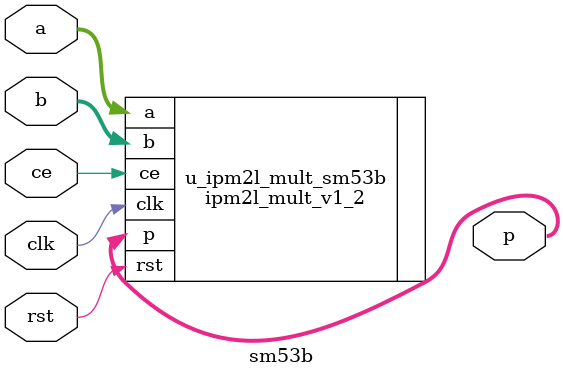
<source format=v>

`timescale 1ns/1ps
module sm53b
( 
     ce  ,
     rst ,
     clk ,
     a   ,
     b   ,
     p
);



localparam ASIZE               = 53 ; //@IPC int 2,82

localparam BSIZE               = 53 ; //@IPC int 2,82

localparam A_SIGNED            = 0 ; //@IPC enum 0,1

localparam B_SIGNED            = 0 ; //@IPC enum 0,1

localparam ASYNC_RST           = 1 ; //@IPC enum 0,1

localparam OPTIMAL_TIMING      = 0 ; //@IPC enum 0,1

//tmp variable for ipc purpose 

localparam PIPE_STATUS         = 4 ; //@IPC enum 0,1,2,3,4,5

localparam ASYNC_RST_BOOL      = 1 ; //@IPC bool

localparam OPTIMAL_TIMING_BOOL = 0 ; //@IPC bool

localparam ADVANCED_BOOL       = 1 ; //@IPC bool

localparam XYREG               = 0 ; //@IPC bool

localparam MREG                = 1 ; //@IPC bool

localparam PREG                = 1 ; //@IPC bool

localparam INREG               = 0 ; //@IPC bool

localparam OUTREG              = 0 ; //@IPC bool

localparam CPO_REG             = 14'b00000010001000 ; //@IPC string

//end of tmp variable
localparam  GRS_EN       = "FALSE"         ;  

localparam  PSIZE = ASIZE + BSIZE          ;  

input                 ce  ;
input                 rst ;
input                 clk ;
input  [ASIZE-1:0]    a   ;
input  [BSIZE-1:0]    b   ;
output [PSIZE-1:0]    p   ;

ipm2l_mult_v1_2
#(  
    .ASIZE           ( ASIZE            ),
    .BSIZE           ( BSIZE            ),
    .OPTIMAL_TIMING  ( OPTIMAL_TIMING   ), 

    .ADVANCED_BOOL   ( ADVANCED_BOOL    ),

    .INREG_EN        ( INREG            ),    
    .PIPEREG_EN_1    ( XYREG            ),     
    .PIPEREG_EN_2    ( MREG             ),
    .PIPEREG_EN_3    ( PREG             ),
    .OUTREG_EN       ( OUTREG           ),
    .CPO_REG         ( {1'b0,CPO_REG}   ),
    .PIPE_STATUS     ( PIPE_STATUS      ),

    .GRS_EN          ( GRS_EN           ),  
    .A_SIGNED        ( A_SIGNED         ),     
    .B_SIGNED        ( B_SIGNED         ),     
    .ASYNC_RST       ( ASYNC_RST        )      
)u_ipm2l_mult_sm53b
(
    .ce              ( ce     ),
    .rst             ( rst    ),
    .clk             ( clk    ),
    .a               ( a      ),
    .b               ( b      ),
    .p               ( p      )
);

endmodule

</source>
